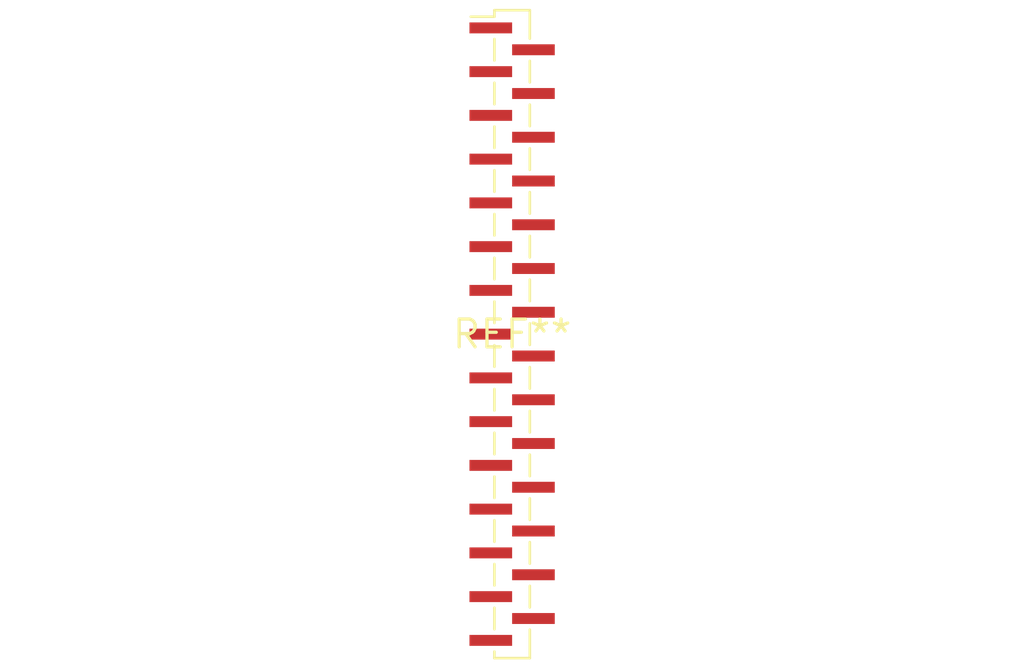
<source format=kicad_pcb>
(kicad_pcb (version 20240108) (generator pcbnew)
  (layers (0 "F.Cu" signal) (31 "B.Cu" signal) (34 "B.Paste" user) (35 "F.Paste" user) (36 "B.SilkS" user "B.Silkscreen") (37 "F.SilkS" user "F.Silkscreen") (38 "B.Mask" user) (39 "F.Mask" user) (44 "Edge.Cuts" user))
  (net 0 "")
  (footprint "PinSocket_1x29_P1.00mm_Vertical_SMD_Pin1Left" (layer "F.Cu") (at 0 0)
    (property "Reference" "REF**")
    (property "Value" "PinSocket_1x29_P1.00mm_Vertical_SMD_Pin1Left")
    (fp_line (start -1.89 -14.51) (end -0.81 -14.51) (layer "F.SilkS") (stroke (width 0.12)))
    (fp_line (start -0.81 -14.81) (end -0.81 -14.51) (layer "F.SilkS") (stroke (width 0.12)))
    (fp_line (start -0.81 -14.81) (end 0.81 -14.81) (layer "F.SilkS") (stroke (width 0.12)))
    (fp_line (start -0.81 -13.49) (end -0.81 -12.51) (layer "F.SilkS") (stroke (width 0.12)))
    (fp_line (start -0.81 -11.49) (end -0.81 -10.51) (layer "F.SilkS") (stroke (width 0.12)))
    (fp_line (start -0.81 -9.49) (end -0.81 -8.51) (layer "F.SilkS") (stroke (width 0.12)))
    (fp_line (start -0.81 -7.49) (end -0.81 -6.51) (layer "F.SilkS") (stroke (width 0.12)))
    (fp_line (start -0.81 -5.49) (end -0.81 -4.51) (layer "F.SilkS") (stroke (width 0.12)))
    (fp_line (start -0.81 -3.49) (end -0.81 -2.51) (layer "F.SilkS") (stroke (width 0.12)))
    (fp_line (start -0.81 -1.49) (end -0.81 -0.51) (layer "F.SilkS") (stroke (width 0.12)))
    (fp_line (start -0.81 0.51) (end -0.81 1.49) (layer "F.SilkS") (stroke (width 0.12)))
    (fp_line (start -0.81 2.51) (end -0.81 3.49) (layer "F.SilkS") (stroke (width 0.12)))
    (fp_line (start -0.81 4.51) (end -0.81 5.49) (layer "F.SilkS") (stroke (width 0.12)))
    (fp_line (start -0.81 6.51) (end -0.81 7.49) (layer "F.SilkS") (stroke (width 0.12)))
    (fp_line (start -0.81 8.51) (end -0.81 9.49) (layer "F.SilkS") (stroke (width 0.12)))
    (fp_line (start -0.81 10.51) (end -0.81 11.49) (layer "F.SilkS") (stroke (width 0.12)))
    (fp_line (start -0.81 12.51) (end -0.81 13.49) (layer "F.SilkS") (stroke (width 0.12)))
    (fp_line (start -0.81 14.51) (end -0.81 14.81) (layer "F.SilkS") (stroke (width 0.12)))
    (fp_line (start -0.81 14.81) (end 0.81 14.81) (layer "F.SilkS") (stroke (width 0.12)))
    (fp_line (start 0.81 -14.81) (end 0.81 -13.51) (layer "F.SilkS") (stroke (width 0.12)))
    (fp_line (start 0.81 -12.49) (end 0.81 -11.51) (layer "F.SilkS") (stroke (width 0.12)))
    (fp_line (start 0.81 -10.49) (end 0.81 -9.51) (layer "F.SilkS") (stroke (width 0.12)))
    (fp_line (start 0.81 -8.49) (end 0.81 -7.51) (layer "F.SilkS") (stroke (width 0.12)))
    (fp_line (start 0.81 -6.49) (end 0.81 -5.51) (layer "F.SilkS") (stroke (width 0.12)))
    (fp_line (start 0.81 -4.49) (end 0.81 -3.51) (layer "F.SilkS") (stroke (width 0.12)))
    (fp_line (start 0.81 -2.49) (end 0.81 -1.51) (layer "F.SilkS") (stroke (width 0.12)))
    (fp_line (start 0.81 -0.49) (end 0.81 0.49) (layer "F.SilkS") (stroke (width 0.12)))
    (fp_line (start 0.81 1.51) (end 0.81 2.49) (layer "F.SilkS") (stroke (width 0.12)))
    (fp_line (start 0.81 3.51) (end 0.81 4.49) (layer "F.SilkS") (stroke (width 0.12)))
    (fp_line (start 0.81 5.51) (end 0.81 6.49) (layer "F.SilkS") (stroke (width 0.12)))
    (fp_line (start 0.81 7.51) (end 0.81 8.49) (layer "F.SilkS") (stroke (width 0.12)))
    (fp_line (start 0.81 9.51) (end 0.81 10.49) (layer "F.SilkS") (stroke (width 0.12)))
    (fp_line (start 0.81 11.51) (end 0.81 12.49) (layer "F.SilkS") (stroke (width 0.12)))
    (fp_line (start 0.81 13.51) (end 0.81 14.81) (layer "F.SilkS") (stroke (width 0.12)))
    (pad "1" smd rect (at -0.975 -14) (size 1.95 0.5) (layers "F.Cu" "F.Paste" "F.Mask"))
    (pad "2" smd rect (at 0.975 -13) (size 1.95 0.5) (layers "F.Cu" "F.Paste" "F.Mask"))
    (pad "3" smd rect (at -0.975 -12) (size 1.95 0.5) (layers "F.Cu" "F.Paste" "F.Mask"))
    (pad "4" smd rect (at 0.975 -11) (size 1.95 0.5) (layers "F.Cu" "F.Paste" "F.Mask"))
    (pad "5" smd rect (at -0.975 -10) (size 1.95 0.5) (layers "F.Cu" "F.Paste" "F.Mask"))
    (pad "6" smd rect (at 0.975 -9) (size 1.95 0.5) (layers "F.Cu" "F.Paste" "F.Mask"))
    (pad "7" smd rect (at -0.975 -8) (size 1.95 0.5) (layers "F.Cu" "F.Paste" "F.Mask"))
    (pad "8" smd rect (at 0.975 -7) (size 1.95 0.5) (layers "F.Cu" "F.Paste" "F.Mask"))
    (pad "9" smd rect (at -0.975 -6) (size 1.95 0.5) (layers "F.Cu" "F.Paste" "F.Mask"))
    (pad "10" smd rect (at 0.975 -5) (size 1.95 0.5) (layers "F.Cu" "F.Paste" "F.Mask"))
    (pad "11" smd rect (at -0.975 -4) (size 1.95 0.5) (layers "F.Cu" "F.Paste" "F.Mask"))
    (pad "12" smd rect (at 0.975 -3) (size 1.95 0.5) (layers "F.Cu" "F.Paste" "F.Mask"))
    (pad "13" smd rect (at -0.975 -2) (size 1.95 0.5) (layers "F.Cu" "F.Paste" "F.Mask"))
    (pad "14" smd rect (at 0.975 -1) (size 1.95 0.5) (layers "F.Cu" "F.Paste" "F.Mask"))
    (pad "15" smd rect (at -0.975 0) (size 1.95 0.5) (layers "F.Cu" "F.Paste" "F.Mask"))
    (pad "16" smd rect (at 0.975 1) (size 1.95 0.5) (layers "F.Cu" "F.Paste" "F.Mask"))
    (pad "17" smd rect (at -0.975 2) (size 1.95 0.5) (layers "F.Cu" "F.Paste" "F.Mask"))
    (pad "18" smd rect (at 0.975 3) (size 1.95 0.5) (layers "F.Cu" "F.Paste" "F.Mask"))
    (pad "19" smd rect (at -0.975 4) (size 1.95 0.5) (layers "F.Cu" "F.Paste" "F.Mask"))
    (pad "20" smd rect (at 0.975 5) (size 1.95 0.5) (layers "F.Cu" "F.Paste" "F.Mask"))
    (pad "21" smd rect (at -0.975 6) (size 1.95 0.5) (layers "F.Cu" "F.Paste" "F.Mask"))
    (pad "22" smd rect (at 0.975 7) (size 1.95 0.5) (layers "F.Cu" "F.Paste" "F.Mask"))
    (pad "23" smd rect (at -0.975 8) (size 1.95 0.5) (layers "F.Cu" "F.Paste" "F.Mask"))
    (pad "24" smd rect (at 0.975 9) (size 1.95 0.5) (layers "F.Cu" "F.Paste" "F.Mask"))
    (pad "25" smd rect (at -0.975 10) (size 1.95 0.5) (layers "F.Cu" "F.Paste" "F.Mask"))
    (pad "26" smd rect (at 0.975 11) (size 1.95 0.5) (layers "F.Cu" "F.Paste" "F.Mask"))
    (pad "27" smd rect (at -0.975 12) (size 1.95 0.5) (layers "F.Cu" "F.Paste" "F.Mask"))
    (pad "28" smd rect (at 0.975 13) (size 1.95 0.5) (layers "F.Cu" "F.Paste" "F.Mask"))
    (pad "29" smd rect (at -0.975 14) (size 1.95 0.5) (layers "F.Cu" "F.Paste" "F.Mask"))
  )
)
</source>
